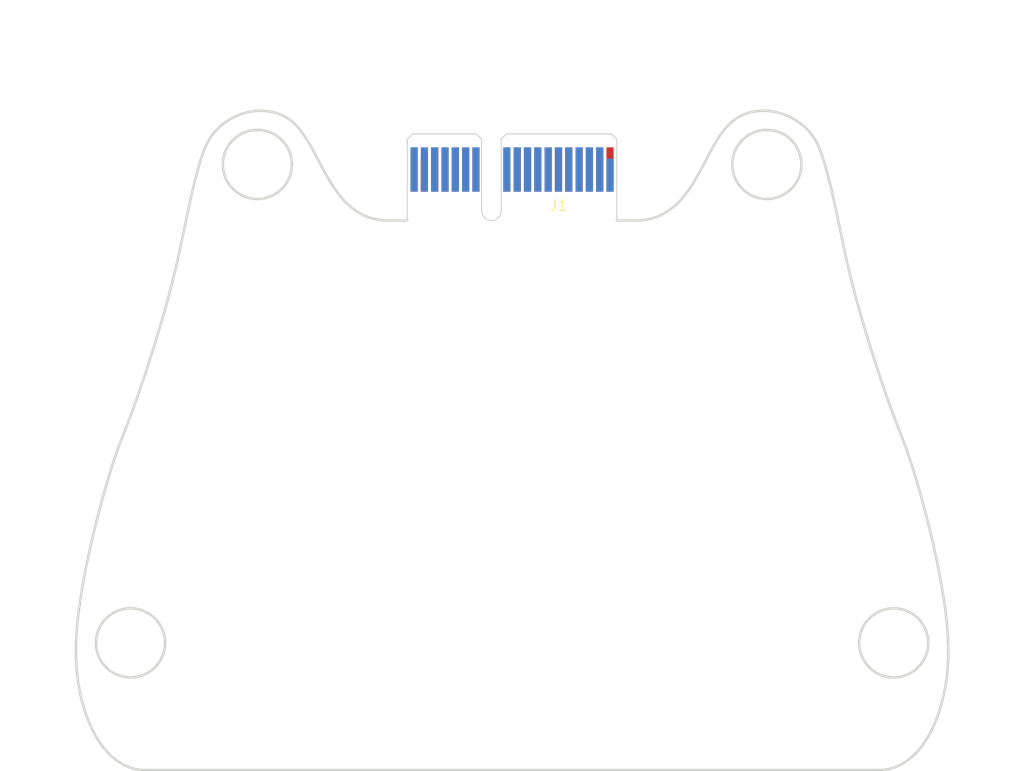
<source format=kicad_pcb>
(kicad_pcb (version 20240108) (generator "pcbnew") (generator_version "8.0")
  (layers (0 "F.Cu" signal) (31 "B.Cu" signal) (34 "B.Paste" user) (35 "F.Paste" user) (36 "B.SilkS" user "B.Silkscreen") (37 "F.SilkS" user "F.Silkscreen") (38 "B.Mask" user) (39 "F.Mask" user) (44 "Edge.Cuts" user))
  (net 0 "")
  (net 1 "Net-(J1-+3.3V-PadA10)")
  (net 2 "Net-(J1-GND-PadA12)")
  (net 5 "Net-(J1-+12V-PadA2)")
  (footprint "Connector_PCBEdge:BUS_PCIexpress_x1" (layer "F.Cu") (at 155.908096 64.138907 180)
    (property "Reference" "J1" (at 5 -3.5 0) (layer "F.SilkS"))
    (property "Value" "Bus_PCI_Express_x1")
    (fp_line (start 19.65 2.95) (end 19.15 3.45) (stroke (width 0.1)) (layer "Edge.Cuts"))
    (fp_line (start 19.65 -4.95) (end 19.65 2.95) (stroke (width 0.1)) (layer "Edge.Cuts"))
    (fp_line (start 12.95 3.45) (end 19.15 3.45) (stroke (width 0.1)) (layer "Edge.Cuts"))
    (fp_line (start 12.45 2.95) (end 12.95 3.45) (stroke (width 0.1)) (layer "Edge.Cuts"))
    (fp_line (start 12.45 -4) (end 12.45 2.95) (stroke (width 0.1)) (layer "Edge.Cuts"))
    (fp_line (start 10.55 2.95) (end 10.05 3.45) (stroke (width 0.1)) (layer "Edge.Cuts"))
    (fp_line (start 10.55 -4) (end 10.55 2.95) (stroke (width 0.1)) (layer "Edge.Cuts"))
    (fp_line (start -0.15 3.45) (end 10.05 3.45) (stroke (width 0.1)) (layer "Edge.Cuts"))
    (fp_line (start -0.65 2.95) (end -0.15 3.45) (stroke (width 0.1)) (layer "Edge.Cuts"))
    (fp_line (start -0.65 -4.95) (end -0.65 2.95) (stroke (width 0.1)) (layer "Edge.Cuts"))
    (fp_arc (start 10.55 -4) (mid 11.5 -4.95) (end 12.45 -4) (stroke (width 0.1)) (layer "Edge.Cuts"))
    (pad "A1" connect rect (at 0 -0.55 180) (size 0.7 3.2) (layers "B.Cu" "B.Mask"))
    (pad "A2" connect rect (at 1 0 180) (size 0.7 4.3) (layers "B.Cu" "B.Mask") (net 5 "Net-(J1-+12V-PadA2)"))
    (pad "A3" connect rect (at 2 0 180) (size 0.7 4.3) (layers "B.Cu" "B.Mask") (net 5 "Net-(J1-+12V-PadA2)"))
    (pad "A4" connect rect (at 3 0 180) (size 0.7 4.3) (layers "B.Cu" "B.Mask") (net 2 "Net-(J1-GND-PadA12)"))
    (pad "A5" connect rect (at 4 0 180) (size 0.7 4.3) (layers "B.Cu" "B.Mask"))
    (pad "A6" connect rect (at 5 0 180) (size 0.7 4.3) (layers "B.Cu" "B.Mask"))
    (pad "A7" connect rect (at 6 0 180) (size 0.7 4.3) (layers "B.Cu" "B.Mask"))
    (pad "A8" connect rect (at 7 0 180) (size 0.7 4.3) (layers "B.Cu" "B.Mask"))
    (pad "A9" connect rect (at 8 0 180) (size 0.7 4.3) (layers "B.Cu" "B.Mask") (net 1 "Net-(J1-+3.3V-PadA10)"))
    (pad "A10" connect rect (at 9 0 180) (size 0.7 4.3) (layers "B.Cu" "B.Mask") (net 1 "Net-(J1-+3.3V-PadA10)"))
    (pad "A11" connect rect (at 10 0 180) (size 0.7 4.3) (layers "B.Cu" "B.Mask"))
    (pad "A12" connect rect (at 13 0 180) (size 0.7 4.3) (layers "B.Cu" "B.Mask") (net 2 "Net-(J1-GND-PadA12)"))
    (pad "A13" connect rect (at 14 0 180) (size 0.7 4.3) (layers "B.Cu" "B.Mask"))
    (pad "A14" connect rect (at 15 0 180) (size 0.7 4.3) (layers "B.Cu" "B.Mask"))
    (pad "A15" connect rect (at 16 0 180) (size 0.7 4.3) (layers "B.Cu" "B.Mask") (net 2 "Net-(J1-GND-PadA12)"))
    (pad "A16" connect rect (at 17 0 180) (size 0.7 4.3) (layers "B.Cu" "B.Mask"))
    (pad "A17" connect rect (at 18 0 180) (size 0.7 4.3) (layers "B.Cu" "B.Mask"))
    (pad "A18" connect rect (at 19 0 180) (size 0.7 4.3) (layers "B.Cu" "B.Mask") (net 2 "Net-(J1-GND-PadA12)"))
    (pad "B1" connect rect (at 0 0 180) (size 0.7 4.3) (layers "F.Cu" "F.Mask") (net 5 "Net-(J1-+12V-PadA2)"))
    (pad "B2" connect rect (at 1 0 180) (size 0.7 4.3) (layers "F.Cu" "F.Mask") (net 5 "Net-(J1-+12V-PadA2)"))
    (pad "B3" connect rect (at 2 0 180) (size 0.7 4.3) (layers "F.Cu" "F.Mask") (net 5 "Net-(J1-+12V-PadA2)"))
    (pad "B4" connect rect (at 3 0 180) (size 0.7 4.3) (layers "F.Cu" "F.Mask") (net 2 "Net-(J1-GND-PadA12)"))
    (pad "B5" connect rect (at 4 0 180) (size 0.7 4.3) (layers "F.Cu" "F.Mask"))
    (pad "B6" connect rect (at 5 0 180) (size 0.7 4.3) (layers "F.Cu" "F.Mask"))
    (pad "B7" connect rect (at 6 0 180) (size 0.7 4.3) (layers "F.Cu" "F.Mask") (net 2 "Net-(J1-GND-PadA12)"))
    (pad "B8" connect rect (at 7 0 180) (size 0.7 4.3) (layers "F.Cu" "F.Mask") (net 1 "Net-(J1-+3.3V-PadA10)"))
    (pad "B9" connect rect (at 8 0 180) (size 0.7 4.3) (layers "F.Cu" "F.Mask"))
    (pad "B10" connect rect (at 9 0 180) (size 0.7 4.3) (layers "F.Cu" "F.Mask"))
    (pad "B11" connect rect (at 10 0 180) (size 0.7 4.3) (layers "F.Cu" "F.Mask"))
    (pad "B12" connect rect (at 13 0 180) (size 0.7 4.3) (layers "F.Cu" "F.Mask"))
    (pad "B13" connect rect (at 14 0 180) (size 0.7 4.3) (layers "F.Cu" "F.Mask") (net 2 "Net-(J1-GND-PadA12)"))
    (pad "B14" connect rect (at 15 0 180) (size 0.7 4.3) (layers "F.Cu" "F.Mask"))
    (pad "B15" connect rect (at 16 0 180) (size 0.7 4.3) (layers "F.Cu" "F.Mask"))
    (pad "B16" connect rect (at 17 0 180) (size 0.7 4.3) (layers "F.Cu" "F.Mask") (net 2 "Net-(J1-GND-PadA12)"))
    (pad "B17" connect rect (at 18 -0.55 180) (size 0.7 3.2) (layers "F.Cu" "F.Mask"))
    (pad "B18" connect rect (at 19 0 180) (size 0.7 4.3) (layers "F.Cu" "F.Mask") (net 2 "Net-(J1-GND-PadA12)"))
  )
  (gr_circle (center 109.413305 110.068595) (end 112.763305 110.068595) (stroke (width 0.25)) (fill none) (layer "Edge.Cuts"))
  (gr_curve (pts (xy 116.139347 63.480372) (xy 115.041112 67.180024) (xy 114.605096 70.558899) (xy 113.472466 75.059248)) (stroke (width 0.25)) (layer "Edge.Cuts"))
  (gr_circle (center 171.113305 63.648595) (end 174.463305 63.648595) (stroke (width 0.25)) (fill none) (layer "Edge.Cuts"))
  (gr_curve (pts (xy 183.848256 89.194164) (xy 184.144737 89.955359) (xy 184.41476 90.604993) (xy 184.743875 91.544879)) (stroke (width 0.25)) (layer "Edge.Cuts"))
  (gr_curve (pts (xy 175.818122 61.288482) (xy 176.211607 61.957508) (xy 176.463216 62.725615) (xy 176.687264 63.480372)) (stroke (width 0.25)) (layer "Edge.Cuts"))
  (gr_curve (pts (xy 104.200217 108.833629) (xy 104.094575 110.198761) (xy 104.091862 111.420189) (xy 104.19191 112.609777)) (stroke (width 0.25)) (layer "Edge.Cuts"))
  (gr_curve (pts (xy 188.626393 108.833629) (xy 188.732035 110.198761) (xy 188.734748 111.420189) (xy 188.6347 112.609777)) (stroke (width 0.25)) (layer "Edge.Cuts"))
  (gr_curve (pts (xy 104.19191 112.609777) (xy 104.630063 117.81952) (xy 107.039119 122.418595) (xy 110.892406 122.418595)) (stroke (width 0.25)) (layer "Edge.Cuts"))
  (gr_curve (pts (xy 184.743875 91.544879) (xy 186.022342 95.195924) (xy 188.192506 103.226823) (xy 188.626393 108.833629)) (stroke (width 0.25)) (layer "Edge.Cuts"))
  (gr_circle (center 183.413305 110.068595) (end 186.763305 110.068595) (stroke (width 0.25)) (fill none) (layer "Edge.Cuts"))
  (gr_curve (pts (xy 167.784109 59.460642) (xy 170.210083 57.468961) (xy 174.205534 58.546668) (xy 175.818122 61.288482)) (stroke (width 0.25)) (layer "Edge.Cuts"))
  (gr_curve (pts (xy 113.472466 75.059248) (xy 112.290838 79.754285) (xy 110.351021 85.669927) (xy 108.978354 89.194164)) (stroke (width 0.25)) (layer "Edge.Cuts"))
  (gr_curve (pts (xy 134.473131 69.088595) (xy 128.643121 69.088595) (xy 128.04424 61.925014) (xy 125.042501 59.460642)) (stroke (width 0.25)) (layer "Edge.Cuts"))
  (gr_curve (pts (xy 188.6347 112.609777) (xy 188.196547 117.81952) (xy 185.787492 122.418595) (xy 181.934205 122.418595)) (stroke (width 0.25)) (layer "Edge.Cuts"))
  (gr_line (start 156.558096 69.088907) (end 158.353479 69.088595) (stroke (width 0.25)) (layer "Edge.Cuts"))
  (gr_curve (pts (xy 158.353479 69.088595) (xy 164.18349 69.088595) (xy 164.782371 61.925014) (xy 167.784109 59.460642)) (stroke (width 0.25)) (layer "Edge.Cuts"))
  (gr_line (start 136.258096 69.088907) (end 134.473131 69.088595) (stroke (width 0.25)) (layer "Edge.Cuts"))
  (gr_line (start 110.892406 122.418595) (end 181.934205 122.418595) (stroke (width 0.25)) (layer "Edge.Cuts"))
  (gr_curve (pts (xy 179.354144 75.059248) (xy 180.535772 79.754285) (xy 182.475589 85.669927) (xy 183.848256 89.194164)) (stroke (width 0.25)) (layer "Edge.Cuts"))
  (gr_curve (pts (xy 108.978354 89.194164) (xy 108.681873 89.955359) (xy 108.411851 90.604993) (xy 108.082736 91.544879)) (stroke (width 0.25)) (layer "Edge.Cuts"))
  (gr_curve (pts (xy 176.687264 63.480372) (xy 177.785498 67.180024) (xy 178.221515 70.558899) (xy 179.354144 75.059248)) (stroke (width 0.25)) (layer "Edge.Cuts"))
  (gr_curve (pts (xy 108.082736 91.544879) (xy 106.804268 95.195924) (xy 104.634104 103.226823) (xy 104.200217 108.833629)) (stroke (width 0.25)) (layer "Edge.Cuts"))
  (gr_curve (pts (xy 125.042501 59.460642) (xy 122.616527 57.468961) (xy 118.621076 58.546668) (xy 117.008489 61.288482)) (stroke (width 0.25)) (layer "Edge.Cuts"))
  (gr_curve (pts (xy 117.008489 61.288482) (xy 116.615004 61.957508) (xy 116.363395 62.725615) (xy 116.139347 63.480372)) (stroke (width 0.25)) (layer "Edge.Cuts"))
  (gr_circle (center 121.713305 63.648595) (end 125.063305 63.648595) (stroke (width 0.25)) (fill none) (layer "Edge.Cuts"))
)
</source>
